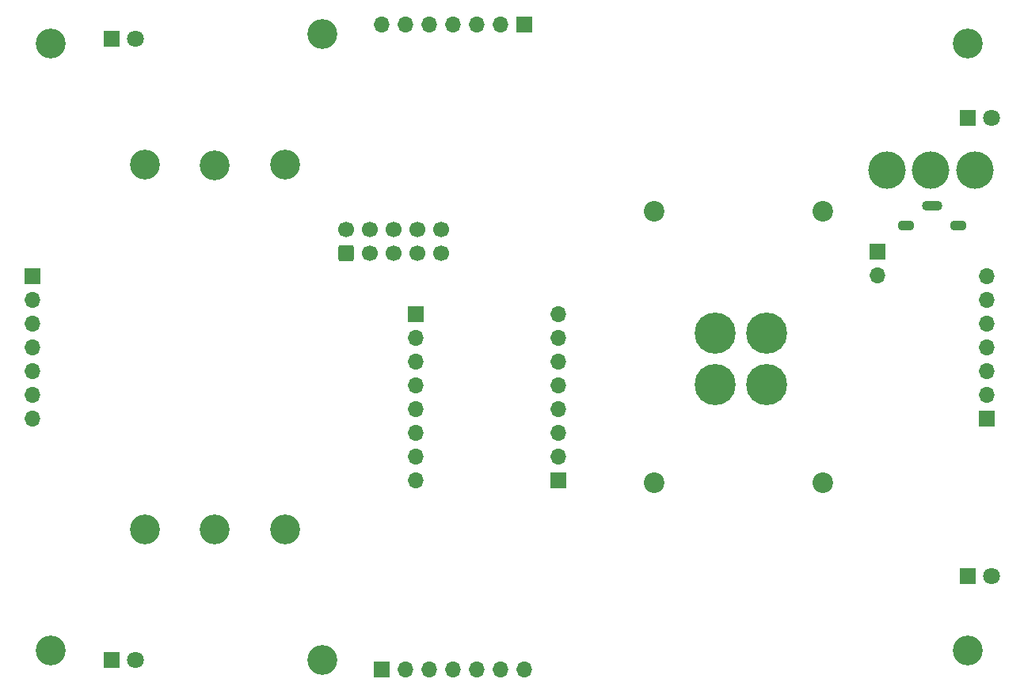
<source format=gbs>
G04 #@! TF.GenerationSoftware,KiCad,Pcbnew,(5.99.0-7087-g754e8e912c)*
G04 #@! TF.CreationDate,2020-12-17T20:12:46+00:00*
G04 #@! TF.ProjectId,nesta proto 2.1,6e657374-6120-4707-926f-746f20322e31,rev?*
G04 #@! TF.SameCoordinates,Original*
G04 #@! TF.FileFunction,Soldermask,Bot*
G04 #@! TF.FilePolarity,Negative*
%FSLAX46Y46*%
G04 Gerber Fmt 4.6, Leading zero omitted, Abs format (unit mm)*
G04 Created by KiCad (PCBNEW (5.99.0-7087-g754e8e912c)) date 2020-12-17 20:12:46*
%MOMM*%
%LPD*%
G01*
G04 APERTURE LIST*
G04 Aperture macros list*
%AMRoundRect*
0 Rectangle with rounded corners*
0 $1 Rounding radius*
0 $2 $3 $4 $5 $6 $7 $8 $9 X,Y pos of 4 corners*
0 Add a 4 corners polygon primitive as box body*
4,1,4,$2,$3,$4,$5,$6,$7,$8,$9,$2,$3,0*
0 Add four circle primitives for the rounded corners*
1,1,$1+$1,$2,$3,0*
1,1,$1+$1,$4,$5,0*
1,1,$1+$1,$6,$7,0*
1,1,$1+$1,$8,$9,0*
0 Add four rect primitives between the rounded corners*
20,1,$1+$1,$2,$3,$4,$5,0*
20,1,$1+$1,$4,$5,$6,$7,0*
20,1,$1+$1,$6,$7,$8,$9,0*
20,1,$1+$1,$8,$9,$2,$3,0*%
G04 Aperture macros list end*
%ADD10C,3.200000*%
%ADD11C,4.400000*%
%ADD12C,0.700000*%
%ADD13R,1.800000X1.800000*%
%ADD14C,1.800000*%
%ADD15R,1.700000X1.700000*%
%ADD16O,1.700000X1.700000*%
%ADD17C,2.200000*%
%ADD18RoundRect,0.250000X0.600000X-0.600000X0.600000X0.600000X-0.600000X0.600000X-0.600000X-0.600000X0*%
%ADD19C,1.700000*%
%ADD20O,2.200000X1.100000*%
%ADD21O,1.800000X1.100000*%
%ADD22C,4.000000*%
G04 APERTURE END LIST*
D10*
X117000000Y-133000000D03*
X205000000Y-146000000D03*
X107000000Y-81000000D03*
X124500000Y-94050000D03*
D11*
X178000000Y-112000000D03*
D12*
X176833274Y-113166726D03*
X176833274Y-110833274D03*
X179166726Y-113166726D03*
X179166726Y-110833274D03*
X179650000Y-112000000D03*
X176350000Y-112000000D03*
X178000000Y-113650000D03*
X178000000Y-110350000D03*
X176833274Y-116333274D03*
X178000000Y-119150000D03*
X179166726Y-118666726D03*
X176350000Y-117500000D03*
X178000000Y-115850000D03*
D11*
X178000000Y-117500000D03*
D12*
X176833274Y-118666726D03*
X179166726Y-116333274D03*
X179650000Y-117500000D03*
D10*
X132000000Y-133000000D03*
D13*
X113500000Y-80500000D03*
D14*
X116040000Y-80500000D03*
D10*
X136000000Y-147000000D03*
X117000000Y-94000000D03*
D15*
X146000000Y-110000000D03*
D16*
X146000000Y-112540000D03*
X146000000Y-115080000D03*
X146000000Y-117620000D03*
X146000000Y-120160000D03*
X146000000Y-122700000D03*
X146000000Y-125240000D03*
X146000000Y-127780000D03*
D15*
X157600000Y-79000000D03*
D16*
X155060000Y-79000000D03*
X152520000Y-79000000D03*
X149980000Y-79000000D03*
X147440000Y-79000000D03*
X144900000Y-79000000D03*
X142360000Y-79000000D03*
D13*
X113460000Y-147000000D03*
D14*
X116000000Y-147000000D03*
D17*
X189500000Y-128000000D03*
D15*
X105000000Y-105880000D03*
D16*
X105000000Y-108420000D03*
X105000000Y-110960000D03*
X105000000Y-113500000D03*
X105000000Y-116040000D03*
X105000000Y-118580000D03*
X105000000Y-121120000D03*
D10*
X136000000Y-80000000D03*
X124500000Y-133000000D03*
X107000000Y-146000000D03*
D17*
X171500000Y-128000000D03*
D10*
X205000000Y-81000000D03*
D17*
X189500000Y-99000000D03*
X171500000Y-99000000D03*
D12*
X182333274Y-116333274D03*
X183500000Y-115850000D03*
X184666726Y-116333274D03*
X184666726Y-118666726D03*
D11*
X183500000Y-117500000D03*
D12*
X181850000Y-117500000D03*
X182333274Y-118666726D03*
X185150000Y-117500000D03*
X183500000Y-119150000D03*
D13*
X205000000Y-89000000D03*
D14*
X207540000Y-89000000D03*
D15*
X142380000Y-148000000D03*
D16*
X144920000Y-148000000D03*
X147460000Y-148000000D03*
X150000000Y-148000000D03*
X152540000Y-148000000D03*
X155080000Y-148000000D03*
X157620000Y-148000000D03*
D18*
X138500000Y-103500000D03*
D19*
X138500000Y-100960000D03*
X141040000Y-103500000D03*
X141040000Y-100960000D03*
X143580000Y-103500000D03*
X143580000Y-100960000D03*
X146120000Y-103500000D03*
X146120000Y-100960000D03*
X148660000Y-103500000D03*
X148660000Y-100960000D03*
D15*
X207000000Y-121120000D03*
D16*
X207000000Y-118580000D03*
X207000000Y-116040000D03*
X207000000Y-113500000D03*
X207000000Y-110960000D03*
X207000000Y-108420000D03*
X207000000Y-105880000D03*
D20*
X201200000Y-98375000D03*
D21*
X204000000Y-100525000D03*
X198400000Y-100525000D03*
D12*
X183500000Y-113650000D03*
X181850000Y-112000000D03*
X185150000Y-112000000D03*
X184666726Y-110833274D03*
X183500000Y-110350000D03*
X182333274Y-110833274D03*
X182333274Y-113166726D03*
X184666726Y-113166726D03*
D11*
X183500000Y-112000000D03*
D15*
X195326000Y-103251000D03*
D16*
X195326000Y-105791000D03*
D22*
X201041000Y-94583000D03*
X205741000Y-94583000D03*
X196341000Y-94583000D03*
D13*
X205000000Y-138000000D03*
D14*
X207540000Y-138000000D03*
D15*
X161240000Y-127780000D03*
D16*
X161240000Y-125240000D03*
X161240000Y-122700000D03*
X161240000Y-120160000D03*
X161240000Y-117620000D03*
X161240000Y-115080000D03*
X161240000Y-112540000D03*
X161240000Y-110000000D03*
D10*
X132000000Y-94000000D03*
M02*

</source>
